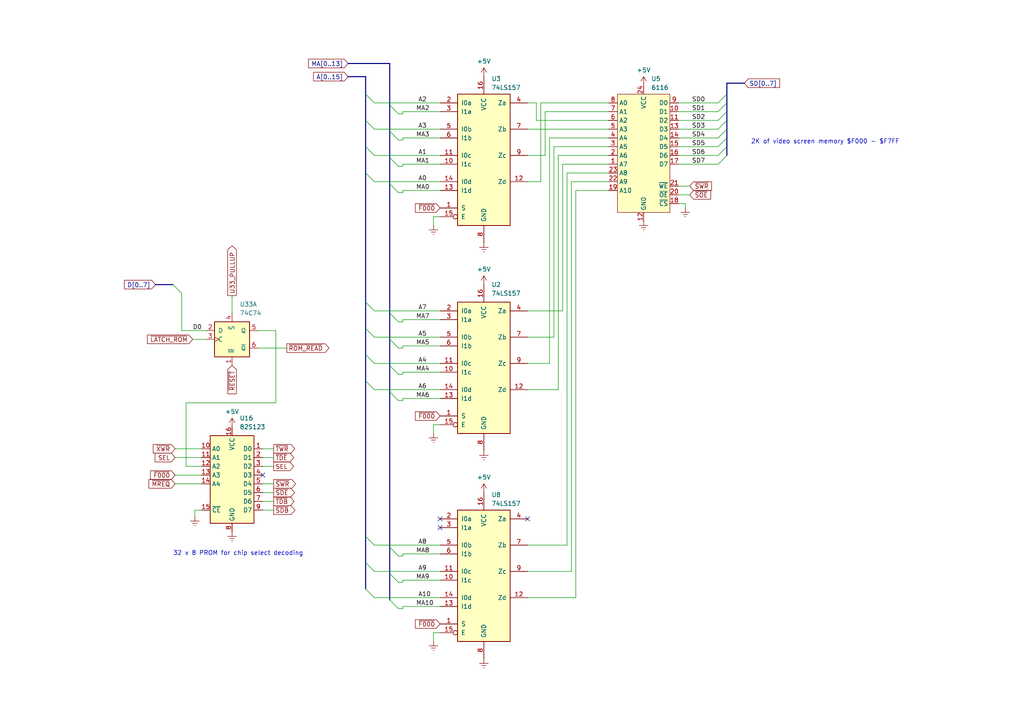
<source format=kicad_sch>
(kicad_sch (version 20230121) (generator eeschema)
  (paper "A4")
  (title_block (title "Microbee Kit") (date "1982") (rev "1") (comment 1 "(c) 1982 OJH MICROWORLD") (comment 2 "Schematic Resrawn by Rhys Weatherley"))
  (lib_symbols
    (symbol "74xx:74LS157" (pin_names (offset 1.016))
      (property "Reference" "U" (at -7.62 19.05 0))
      (property "Value" "74LS157" (at -7.62 -21.59 0))
      (symbol "74LS157_1_0"
        (pin input line (at -12.7 -15.24 0) (length 5.08) (name "S") (number "1"))
        (pin input line (at -12.7 -2.54 0) (length 5.08) (name "I1c") (number "10"))
        (pin input line (at -12.7 0 0) (length 5.08) (name "I0c") (number "11"))
        (pin output line (at 12.7 -7.62 180) (length 5.08) (name "Zd") (number "12"))
        (pin input line (at -12.7 -10.16 0) (length 5.08) (name "I1d") (number "13"))
        (pin input line (at -12.7 -7.62 0) (length 5.08) (name "I0d") (number "14"))
        (pin input inverted (at -12.7 -17.78 0) (length 5.08) (name "E") (number "15"))
        (pin power_in line (at 0 22.86 270) (length 5.08) (name "VCC") (number "16"))
        (pin input line (at -12.7 15.24 0) (length 5.08) (name "I0a") (number "2"))
        (pin input line (at -12.7 12.7 0) (length 5.08) (name "I1a") (number "3"))
        (pin output line (at 12.7 15.24 180) (length 5.08) (name "Za") (number "4"))
        (pin input line (at -12.7 7.62 0) (length 5.08) (name "I0b") (number "5"))
        (pin input line (at -12.7 5.08 0) (length 5.08) (name "I1b") (number "6"))
        (pin output line (at 12.7 7.62 180) (length 5.08) (name "Zb") (number "7"))
        (pin power_in line (at 0 -25.4 90) (length 5.08) (name "GND") (number "8"))
        (pin output line (at 12.7 0 180) (length 5.08) (name "Zc") (number "9"))
      )
      (symbol "74LS157_1_1"
        (rectangle (start -7.62 17.78) (end 7.62 -20.32) (stroke (width 0.254)) (fill (type background)))
      )
    )
    (symbol "74xx:74LS74" (pin_names (offset 1.016))
      (property "Reference" "U" (at -7.62 8.89 0))
      (property "Value" "74LS74" (at -7.62 -8.89 0))
      (symbol "74LS74_1_0"
        (pin input line (at 0 -7.62 90) (length 2.54) (name "~{R}") (number "1"))
        (pin input line (at -7.62 2.54 0) (length 2.54) (name "D") (number "2"))
        (pin input clock (at -7.62 0 0) (length 2.54) (name "C") (number "3"))
        (pin input line (at 0 7.62 270) (length 2.54) (name "~{S}") (number "4"))
        (pin output line (at 7.62 2.54 180) (length 2.54) (name "Q") (number "5"))
        (pin output line (at 7.62 -2.54 180) (length 2.54) (name "~{Q}") (number "6"))
      )
      (symbol "74LS74_1_1"
        (rectangle (start -5.08 5.08) (end 5.08 -5.08) (stroke (width 0.254)) (fill (type background)))
      )
      (symbol "74LS74_2_0"
        (pin input line (at 0 7.62 270) (length 2.54) (name "~{S}") (number "10"))
        (pin input clock (at -7.62 0 0) (length 2.54) (name "C") (number "11"))
        (pin input line (at -7.62 2.54 0) (length 2.54) (name "D") (number "12"))
        (pin input line (at 0 -7.62 90) (length 2.54) (name "~{R}") (number "13"))
        (pin output line (at 7.62 -2.54 180) (length 2.54) (name "~{Q}") (number "8"))
        (pin output line (at 7.62 2.54 180) (length 2.54) (name "Q") (number "9"))
      )
      (symbol "74LS74_2_1"
        (rectangle (start -5.08 5.08) (end 5.08 -5.08) (stroke (width 0.254)) (fill (type background)))
      )
      (symbol "74LS74_3_0"
        (pin power_in line (at 0 10.16 270) (length 2.54) (name "VCC") (number "14"))
        (pin power_in line (at 0 -10.16 90) (length 2.54) (name "GND") (number "7"))
      )
      (symbol "74LS74_3_1"
        (rectangle (start -5.08 7.62) (end 5.08 -7.62) (stroke (width 0.254)) (fill (type background)))
      )
    )
    (symbol "82S123 Bi-Polar PROM:82S123"
      (property "Reference" "U" (at 2.54 2.54 0))
      (property "Value" "82S123" (at 5.08 0 0))
      (symbol "82S123_1_1"
        (rectangle (start -6.35 -2.54) (end 6.35 -27.94) (stroke (width 0.25)) (fill (type background)))
        (pin output line (at 8.89 -6.35 180) (length 2.54) (name "D0") (number "1"))
        (pin input line (at -8.89 -6.35 0) (length 2.54) (name "A0") (number "10"))
        (pin input line (at -8.89 -8.89 0) (length 2.54) (name "A1") (number "11"))
        (pin input line (at -8.89 -11.43 0) (length 2.54) (name "A2") (number "12"))
        (pin input line (at -8.89 -13.97 0) (length 2.54) (name "A3") (number "13"))
        (pin input line (at -8.89 -16.51 0) (length 2.54) (name "A4") (number "14"))
        (pin input line (at -8.89 -24.13 0) (length 2.54) (name "~{CE}") (number "15"))
        (pin power_in line (at 0 0 270) (length 2.54) (name "VCC") (number "16"))
        (pin output line (at 8.89 -8.89 180) (length 2.54) (name "D1") (number "2"))
        (pin output line (at 8.89 -11.43 180) (length 2.54) (name "D2") (number "3"))
        (pin output line (at 8.89 -13.97 180) (length 2.54) (name "D3") (number "4"))
        (pin output line (at 8.89 -16.51 180) (length 2.54) (name "D4") (number "5"))
        (pin output line (at 8.89 -19.05 180) (length 2.54) (name "D5") (number "6"))
        (pin output line (at 8.89 -21.59 180) (length 2.54) (name "D6") (number "7"))
        (pin power_in line (at 0 -30.48 90) (length 2.54) (name "GND") (number "8"))
        (pin output line (at 8.89 -24.13 180) (length 2.54) (name "D7") (number "9"))
      )
    )
    (symbol "RAM_6116:6116_2K_x_8_Static_RAM"
      (property "Reference" "U" (at 3.81 2.54 0))
      (property "Value" "6116" (at 5.08 0 0))
      (symbol "6116_2K_x_8_Static_RAM_1_1"
        (rectangle (start -7.62 -2.54) (end 7.62 -36.83) (fill (type background)))
        (pin input line (at -10.16 -22.86 0) (length 2.54) (name "A7") (number "1"))
        (pin bidirectional line (at 10.16 -7.62 180) (length 2.54) (name "D1") (number "10"))
        (pin bidirectional line (at 10.16 -10.16 180) (length 2.54) (name "D2") (number "11"))
        (pin power_in line (at 0 -39.37 90) (length 2.54) (name "GND") (number "12"))
        (pin bidirectional line (at 10.16 -12.7 180) (length 2.54) (name "D3") (number "13"))
        (pin bidirectional line (at 10.16 -15.24 180) (length 2.54) (name "D4") (number "14"))
        (pin bidirectional line (at 10.16 -17.78 180) (length 2.54) (name "D5") (number "15"))
        (pin bidirectional line (at 10.16 -20.32 180) (length 2.54) (name "D6") (number "16"))
        (pin bidirectional line (at 10.16 -22.86 180) (length 2.54) (name "D7") (number "17"))
        (pin input line (at 10.16 -34.29 180) (length 2.54) (name "~{CS}") (number "18"))
        (pin input line (at -10.16 -30.48 0) (length 2.54) (name "A10") (number "19"))
        (pin input line (at -10.16 -20.32 0) (length 2.54) (name "A6") (number "2"))
        (pin input line (at 10.16 -31.75 180) (length 2.54) (name "~{OE}") (number "20"))
        (pin input line (at 10.16 -29.21 180) (length 2.54) (name "~{WE}") (number "21"))
        (pin input line (at -10.16 -27.94 0) (length 2.54) (name "A9") (number "22"))
        (pin input line (at -10.16 -25.4 0) (length 2.54) (name "A8") (number "23"))
        (pin power_in line (at 0 0 270) (length 2.54) (name "VCC") (number "24"))
        (pin input line (at -10.16 -17.78 0) (length 2.54) (name "A5") (number "3"))
        (pin input line (at -10.16 -15.24 0) (length 2.54) (name "A4") (number "4"))
        (pin input line (at -10.16 -12.7 0) (length 2.54) (name "A3") (number "5"))
        (pin input line (at -10.16 -10.16 0) (length 2.54) (name "A2") (number "6"))
        (pin input line (at -10.16 -7.62 0) (length 2.54) (name "A1") (number "7"))
        (pin input line (at -10.16 -5.08 0) (length 2.54) (name "A0") (number "8"))
        (pin bidirectional line (at 10.16 -5.08 180) (length 2.54) (name "D0") (number "9"))
      )
    )
    (symbol "power:+5V" (power) (pin_names (offset 0))
      (property "Value" "+5V" (at 0 3.556 0))
      (symbol "+5V_0_1"
        (polyline (pts (xy -0.762 1.27) (xy 0 2.54)))
        (polyline (pts (xy 0 0) (xy 0 2.54)))
        (polyline (pts (xy 0 2.54) (xy 0.762 1.27)))
      )
      (symbol "+5V_1_1"
        (pin power_in line (at 0 0 90) (length 0) hide (name "+5V") (number "1"))
      )
    )
    (symbol "power:Earth" (power) (pin_names (offset 0))
      (symbol "Earth_0_1"
        (polyline (pts (xy -0.635 -1.905) (xy 0.635 -1.905)))
        (polyline (pts (xy -0.127 -2.54) (xy 0.127 -2.54)))
        (polyline (pts (xy 0 -1.27) (xy 0 0)))
        (polyline (pts (xy 1.27 -1.27) (xy -1.27 -1.27)))
      )
      (symbol "Earth_1_1"
        (pin power_in line (at 0 0 270) (length 0) hide (name "Earth") (number "1"))
      )
    )
  )
  (no_connect (at 127.635 153.035))
  (no_connect (at 153.035 150.495))
  (no_connect (at 127.635 150.495))
  (no_connect (at 76.2 137.795))
  (bus_entry (at 208.28 32.385) (size 2.54 -2.54))
  (bus_entry (at 106.045 34.925) (size 2.54 2.54))
  (bus_entry (at 106.045 50.165) (size 2.54 2.54))
  (bus_entry (at 113.03 90.805) (size 2.54 2.54))
  (bus_entry (at 106.045 102.87) (size 2.54 2.54))
  (bus_entry (at 208.28 47.625) (size 2.54 -2.54))
  (bus_entry (at 208.28 42.545) (size 2.54 -2.54))
  (bus_entry (at 50.165 82.55) (size 2.54 2.54))
  (bus_entry (at 106.045 42.545) (size 2.54 2.54))
  (bus_entry (at 113.03 38.1) (size 2.54 2.54))
  (bus_entry (at 113.03 113.665) (size 2.54 2.54))
  (bus_entry (at 208.28 34.925) (size 2.54 -2.54))
  (bus_entry (at 106.045 170.815) (size 2.54 2.54))
  (bus_entry (at 113.03 173.99) (size 2.54 2.54))
  (bus_entry (at 106.045 87.63) (size 2.54 2.54))
  (bus_entry (at 208.28 45.085) (size 2.54 -2.54))
  (bus_entry (at 106.045 155.575) (size 2.54 2.54))
  (bus_entry (at 106.045 95.25) (size 2.54 2.54))
  (bus_entry (at 208.28 40.005) (size 2.54 -2.54))
  (bus_entry (at 113.03 158.75) (size 2.54 2.54))
  (bus_entry (at 208.28 29.845) (size 2.54 -2.54))
  (bus_entry (at 113.03 30.48) (size 2.54 2.54))
  (bus_entry (at 113.03 166.37) (size 2.54 2.54))
  (bus_entry (at 113.03 45.72) (size 2.54 2.54))
  (bus_entry (at 106.045 110.49) (size 2.54 2.54))
  (bus_entry (at 113.03 53.34) (size 2.54 2.54))
  (bus_entry (at 106.045 27.305) (size 2.54 2.54))
  (bus_entry (at 106.045 163.195) (size 2.54 2.54))
  (bus_entry (at 113.03 106.045) (size 2.54 2.54))
  (bus_entry (at 208.28 37.465) (size 2.54 -2.54))
  (bus_entry (at 113.03 98.425) (size 2.54 2.54))
  (wire (pts (xy 116.84 48.26) (xy 115.57 48.26)))
  (wire (pts (xy 116.84 48.26) (xy 116.84 47.625)))
  (bus (pts (xy 106.045 87.63) (xy 106.045 95.25)))
  (wire (pts (xy 116.84 100.965) (xy 115.57 100.965)))
  (wire (pts (xy 198.755 59.055) (xy 198.755 60.325)))
  (wire (pts (xy 196.85 47.625) (xy 208.28 47.625)))
  (wire (pts (xy 155.575 34.925) (xy 176.53 34.925)))
  (wire (pts (xy 196.85 32.385) (xy 208.28 32.385)))
  (wire (pts (xy 116.84 175.895) (xy 127.635 175.895)))
  (bus (pts (xy 113.03 113.665) (xy 113.03 158.75)))
  (wire (pts (xy 159.385 105.41) (xy 159.385 40.005)))
  (wire (pts (xy 116.84 107.95) (xy 127.635 107.95)))
  (wire (pts (xy 196.85 29.845) (xy 208.28 29.845)))
  (wire (pts (xy 196.85 59.055) (xy 198.755 59.055)))
  (wire (pts (xy 156.845 29.845) (xy 176.53 29.845)))
  (wire (pts (xy 127.635 183.515) (xy 125.73 183.515)))
  (wire (pts (xy 116.84 40.005) (xy 127.635 40.005)))
  (wire (pts (xy 53.975 116.84) (xy 53.975 135.255)))
  (bus (pts (xy 106.045 155.575) (xy 106.045 163.195)))
  (wire (pts (xy 155.575 29.845) (xy 155.575 34.925)))
  (wire (pts (xy 116.84 161.29) (xy 116.84 160.655)))
  (wire (pts (xy 116.84 160.655) (xy 127.635 160.655)))
  (wire (pts (xy 50.8 140.335) (xy 58.42 140.335)))
  (wire (pts (xy 50.8 132.715) (xy 58.42 132.715)))
  (wire (pts (xy 163.195 47.625) (xy 176.53 47.625)))
  (wire (pts (xy 153.035 97.79) (xy 160.655 97.79)))
  (bus (pts (xy 113.03 158.75) (xy 113.03 166.37)))
  (wire (pts (xy 116.84 93.345) (xy 115.57 93.345)))
  (bus (pts (xy 210.82 42.545) (xy 210.82 40.005)))
  (wire (pts (xy 161.925 113.03) (xy 161.925 45.085)))
  (wire (pts (xy 116.84 161.29) (xy 115.57 161.29)))
  (bus (pts (xy 210.82 24.13) (xy 215.9 24.13)))
  (wire (pts (xy 196.85 56.515) (xy 200.025 56.515)))
  (wire (pts (xy 116.84 92.71) (xy 127.635 92.71)))
  (wire (pts (xy 58.42 147.955) (xy 56.515 147.955)))
  (bus (pts (xy 210.82 37.465) (xy 210.82 34.925)))
  (bus (pts (xy 106.045 163.195) (xy 106.045 170.815)))
  (wire (pts (xy 55.88 98.425) (xy 59.69 98.425)))
  (wire (pts (xy 153.035 37.465) (xy 176.53 37.465)))
  (bus (pts (xy 113.03 45.72) (xy 113.03 53.34)))
  (wire (pts (xy 116.84 116.205) (xy 115.57 116.205)))
  (wire (pts (xy 196.85 42.545) (xy 208.28 42.545)))
  (wire (pts (xy 116.84 108.585) (xy 116.84 107.95)))
  (wire (pts (xy 196.85 40.005) (xy 208.28 40.005)))
  (bus (pts (xy 106.045 42.545) (xy 106.045 50.165)))
  (wire (pts (xy 74.93 95.885) (xy 80.01 95.885)))
  (wire (pts (xy 116.84 176.53) (xy 115.57 176.53)))
  (wire (pts (xy 153.035 52.705) (xy 156.845 52.705)))
  (bus (pts (xy 100.965 22.225) (xy 106.045 22.225)))
  (wire (pts (xy 153.035 105.41) (xy 159.385 105.41)))
  (wire (pts (xy 116.84 33.02) (xy 115.57 33.02)))
  (wire (pts (xy 158.115 32.385) (xy 176.53 32.385)))
  (wire (pts (xy 127.635 123.19) (xy 125.73 123.19)))
  (wire (pts (xy 167.005 173.355) (xy 167.005 55.245)))
  (wire (pts (xy 76.2 142.875) (xy 79.375 142.875)))
  (wire (pts (xy 108.585 97.79) (xy 127.635 97.79)))
  (wire (pts (xy 196.85 34.925) (xy 208.28 34.925)))
  (wire (pts (xy 116.84 168.275) (xy 127.635 168.275)))
  (wire (pts (xy 116.84 168.91) (xy 116.84 168.275)))
  (wire (pts (xy 108.585 113.03) (xy 127.635 113.03)))
  (wire (pts (xy 158.115 45.085) (xy 158.115 32.385)))
  (bus (pts (xy 100.965 18.415) (xy 113.03 18.415)))
  (wire (pts (xy 156.845 52.705) (xy 156.845 29.845)))
  (wire (pts (xy 163.195 90.17) (xy 163.195 47.625)))
  (bus (pts (xy 106.045 95.25) (xy 106.045 102.87)))
  (wire (pts (xy 196.85 45.085) (xy 208.28 45.085)))
  (bus (pts (xy 106.045 34.925) (xy 106.045 42.545)))
  (bus (pts (xy 45.085 82.55) (xy 50.165 82.55)))
  (wire (pts (xy 52.705 95.885) (xy 52.705 85.09)))
  (wire (pts (xy 108.585 37.465) (xy 127.635 37.465)))
  (bus (pts (xy 210.82 29.845) (xy 210.82 27.305)))
  (wire (pts (xy 164.465 50.165) (xy 176.53 50.165)))
  (wire (pts (xy 196.85 37.465) (xy 208.28 37.465)))
  (wire (pts (xy 116.84 116.205) (xy 116.84 115.57)))
  (wire (pts (xy 153.035 113.03) (xy 161.925 113.03)))
  (wire (pts (xy 116.84 55.88) (xy 115.57 55.88)))
  (wire (pts (xy 116.84 115.57) (xy 127.635 115.57)))
  (wire (pts (xy 165.735 165.735) (xy 165.735 52.705)))
  (wire (pts (xy 196.85 53.975) (xy 200.025 53.975)))
  (wire (pts (xy 159.385 40.005) (xy 176.53 40.005)))
  (wire (pts (xy 116.84 108.585) (xy 115.57 108.585)))
  (wire (pts (xy 160.655 97.79) (xy 160.655 42.545)))
  (wire (pts (xy 108.585 105.41) (xy 127.635 105.41)))
  (wire (pts (xy 56.515 147.955) (xy 56.515 149.86)))
  (wire (pts (xy 108.585 52.705) (xy 127.635 52.705)))
  (wire (pts (xy 76.2 145.415) (xy 79.375 145.415)))
  (wire (pts (xy 76.2 140.335) (xy 79.375 140.335)))
  (wire (pts (xy 76.2 132.715) (xy 79.375 132.715)))
  (bus (pts (xy 113.03 53.34) (xy 113.03 90.805)))
  (wire (pts (xy 50.8 130.175) (xy 58.42 130.175)))
  (bus (pts (xy 106.045 50.165) (xy 106.045 87.63)))
  (wire (pts (xy 59.69 95.885) (xy 52.705 95.885)))
  (bus (pts (xy 210.82 40.005) (xy 210.82 37.465)))
  (bus (pts (xy 113.03 106.045) (xy 113.03 113.665)))
  (wire (pts (xy 108.585 90.17) (xy 127.635 90.17)))
  (wire (pts (xy 153.035 45.085) (xy 158.115 45.085)))
  (wire (pts (xy 76.2 135.255) (xy 79.375 135.255)))
  (wire (pts (xy 164.465 50.165) (xy 164.465 158.115)))
  (wire (pts (xy 76.2 130.175) (xy 79.375 130.175)))
  (wire (pts (xy 108.585 173.355) (xy 127.635 173.355)))
  (wire (pts (xy 153.035 90.17) (xy 163.195 90.17)))
  (wire (pts (xy 116.84 93.345) (xy 116.84 92.71)))
  (wire (pts (xy 116.84 47.625) (xy 127.635 47.625)))
  (wire (pts (xy 160.655 42.545) (xy 176.53 42.545)))
  (wire (pts (xy 76.2 147.955) (xy 79.375 147.955)))
  (bus (pts (xy 210.82 27.305) (xy 210.82 24.13)))
  (wire (pts (xy 125.73 123.19) (xy 125.73 125.73)))
  (bus (pts (xy 113.03 98.425) (xy 113.03 106.045)))
  (wire (pts (xy 125.73 62.865) (xy 125.73 65.405)))
  (wire (pts (xy 153.035 165.735) (xy 165.735 165.735)))
  (wire (pts (xy 165.735 52.705) (xy 176.53 52.705)))
  (wire (pts (xy 108.585 29.845) (xy 127.635 29.845)))
  (bus (pts (xy 113.03 18.415) (xy 113.03 30.48)))
  (wire (pts (xy 153.035 29.845) (xy 155.575 29.845)))
  (bus (pts (xy 106.045 27.305) (xy 106.045 34.925)))
  (bus (pts (xy 106.045 102.87) (xy 106.045 110.49)))
  (wire (pts (xy 108.585 158.115) (xy 127.635 158.115)))
  (bus (pts (xy 113.03 30.48) (xy 113.03 38.1)))
  (wire (pts (xy 80.01 95.885) (xy 80.01 116.84)))
  (bus (pts (xy 113.03 38.1) (xy 113.03 45.72)))
  (wire (pts (xy 53.975 135.255) (xy 58.42 135.255)))
  (wire (pts (xy 116.84 40.64) (xy 116.84 40.005)))
  (bus (pts (xy 113.03 166.37) (xy 113.03 173.99)))
  (wire (pts (xy 116.84 100.965) (xy 116.84 100.33)))
  (wire (pts (xy 108.585 165.735) (xy 127.635 165.735)))
  (wire (pts (xy 80.01 116.84) (xy 53.975 116.84)))
  (bus (pts (xy 113.03 90.805) (xy 113.03 98.425)))
  (wire (pts (xy 50.8 137.795) (xy 58.42 137.795)))
  (bus (pts (xy 210.82 45.085) (xy 210.82 42.545)))
  (wire (pts (xy 67.31 85.725) (xy 67.31 90.805)))
  (wire (pts (xy 125.73 183.515) (xy 125.73 186.055)))
  (wire (pts (xy 167.005 55.245) (xy 176.53 55.245)))
  (wire (pts (xy 116.84 33.02) (xy 116.84 32.385)))
  (wire (pts (xy 116.84 100.33) (xy 127.635 100.33)))
  (bus (pts (xy 210.82 32.385) (xy 210.82 29.845)))
  (wire (pts (xy 116.84 55.245) (xy 127.635 55.245)))
  (wire (pts (xy 108.585 45.085) (xy 127.635 45.085)))
  (wire (pts (xy 153.035 173.355) (xy 167.005 173.355)))
  (wire (pts (xy 74.93 100.965) (xy 83.185 100.965)))
  (wire (pts (xy 116.84 176.53) (xy 116.84 175.895)))
  (bus (pts (xy 106.045 110.49) (xy 106.045 155.575)))
  (wire (pts (xy 116.84 55.88) (xy 116.84 55.245)))
  (wire (pts (xy 116.84 168.91) (xy 115.57 168.91)))
  (wire (pts (xy 116.84 32.385) (xy 127.635 32.385)))
  (bus (pts (xy 106.045 22.225) (xy 106.045 27.305)))
  (wire (pts (xy 127.635 62.865) (xy 125.73 62.865)))
  (wire (pts (xy 153.035 158.115) (xy 164.465 158.115)))
  (bus (pts (xy 210.82 34.925) (xy 210.82 32.385)))
  (wire (pts (xy 116.84 40.64) (xy 115.57 40.64)))
  (wire (pts (xy 161.925 45.085) (xy 176.53 45.085)))
  (text "2K of video screen memory $F000 - $F7FF" (at 217.805 41.91 0) (effects (font (size 1.27 1.27)) (justify left bottom)))
  (text "32 x 8 PROM for chip select decoding" (at 50.165 161.29 0) (effects (font (size 1.27 1.27)) (justify left bottom)))
  (label "SD5" (at 200.66 42.545 0))
  (label "SD3" (at 200.66 37.465 0))
  (label "MA2" (at 120.65 32.385 0))
  (label "SD2" (at 200.66 34.925 0))
  (label "D0" (at 55.88 95.885 0))
  (label "A0" (at 121.285 52.705 0))
  (label "SD6" (at 200.66 45.085 0))
  (label "A6" (at 121.285 113.03 0))
  (label "SD7" (at 200.66 47.625 0))
  (label "A8" (at 121.285 158.115 0))
  (label "A5" (at 121.285 97.79 0))
  (label "A10" (at 121.285 173.355 0))
  (label "MA9" (at 120.65 168.275 0))
  (label "A9" (at 121.285 165.735 0))
  (label "MA1" (at 120.65 47.625 0))
  (label "A7" (at 121.285 90.17 0))
  (label "MA5" (at 120.65 100.33 0))
  (label "A1" (at 121.285 45.085 0))
  (label "MA8" (at 120.65 160.655 0))
  (label "SD1" (at 200.66 32.385 0))
  (label "A3" (at 121.285 37.465 0))
  (label "MA10" (at 120.65 175.895 0))
  (label "SD4" (at 200.66 40.005 0))
  (label "A2" (at 121.285 29.845 0))
  (label "MA6" (at 120.65 115.57 0))
  (label "MA0" (at 120.65 55.245 0))
  (label "SD0" (at 200.66 29.845 0))
  (label "A4" (at 121.285 105.41 0))
  (label "MA3" (at 120.65 40.005 0))
  (label "MA7" (at 120.65 92.71 0))
  (label "MA4" (at 120.65 107.95 0))
  (global_label "~{SDB}" (shape output) (at 79.375 147.955 0) (property "Intersheetrefs" "${INTERSHEET_REFS}" (effects hide)))
  (global_label "~{ROM_READ}" (shape output) (at 83.185 100.965 0) (property "Intersheetrefs" "${INTERSHEET_REFS}" (effects hide)))
  (global_label "~{SOE}" (shape input) (at 200.025 56.515 0) (property "Intersheetrefs" "${INTERSHEET_REFS}" (effects hide)))
  (global_label "~{TDE}" (shape output) (at 79.375 132.715 0) (property "Intersheetrefs" "${INTERSHEET_REFS}" (effects hide)))
  (global_label "~{TWR}" (shape output) (at 79.375 130.175 0) (property "Intersheetrefs" "${INTERSHEET_REFS}" (effects hide)))
  (global_label "~{F000}" (shape input) (at 50.8 137.795 180) (property "Intersheetrefs" "${INTERSHEET_REFS}" (effects hide)))
  (global_label "SD[0..7]" (shape input) (at 215.9 24.13 0) (property "Intersheetrefs" "${INTERSHEET_REFS}" (effects hide)))
  (global_label "SEL" (shape input) (at 50.8 132.715 180) (property "Intersheetrefs" "${INTERSHEET_REFS}" (effects hide)))
  (global_label "~{LATCH_ROM}" (shape input) (at 55.88 98.425 180) (property "Intersheetrefs" "${INTERSHEET_REFS}" (effects hide)))
  (global_label "~{SDE}" (shape output) (at 79.375 142.875 0) (property "Intersheetrefs" "${INTERSHEET_REFS}" (effects hide)))
  (global_label "SEL" (shape output) (at 79.375 135.255 0) (property "Intersheetrefs" "${INTERSHEET_REFS}" (effects hide)))
  (global_label "~{XWR}" (shape input) (at 50.8 130.175 180) (property "Intersheetrefs" "${INTERSHEET_REFS}" (effects hide)))
  (global_label "~{F000}" (shape input) (at 127.635 60.325 180) (property "Intersheetrefs" "${INTERSHEET_REFS}" (effects hide)))
  (global_label "A[0..15]" (shape input) (at 100.965 22.225 180) (property "Intersheetrefs" "${INTERSHEET_REFS}" (effects hide)))
  (global_label "~{F000}" (shape input) (at 127.635 120.65 180) (property "Intersheetrefs" "${INTERSHEET_REFS}" (effects hide)))
  (global_label "MA[0..13]" (shape input) (at 100.965 18.415 180) (property "Intersheetrefs" "${INTERSHEET_REFS}" (effects hide)))
  (global_label "~{TDB}" (shape output) (at 79.375 145.415 0) (property "Intersheetrefs" "${INTERSHEET_REFS}" (effects hide)))
  (global_label "~{MREQ}" (shape input) (at 50.8 140.335 180) (property "Intersheetrefs" "${INTERSHEET_REFS}" (effects hide)))
  (global_label "U33_PULLUP" (shape output) (at 67.31 85.725 90) (property "Intersheetrefs" "${INTERSHEET_REFS}" (effects hide)))
  (global_label "~{SWR}" (shape input) (at 200.025 53.975 0) (property "Intersheetrefs" "${INTERSHEET_REFS}" (effects hide)))
  (global_label "D[0..7]" (shape input) (at 45.085 82.55 180) (property "Intersheetrefs" "${INTERSHEET_REFS}" (effects hide)))
  (global_label "~{RESET}" (shape input) (at 67.31 106.045 270) (property "Intersheetrefs" "${INTERSHEET_REFS}" (effects hide)))
  (global_label "~{SWR}" (shape output) (at 79.375 140.335 0) (property "Intersheetrefs" "${INTERSHEET_REFS}" (effects hide)))
  (global_label "~{F000}" (shape input) (at 127.635 180.975 180) (property "Intersheetrefs" "${INTERSHEET_REFS}" (effects hide)))
  (symbol (lib_id "power:Earth") (at 140.335 191.135 0) (unit 1)
    (property "Reference" "#PWR0110" (effects hide))
    (property "Value" "Earth" (effects hide))
  )
  (symbol (lib_id "power:Earth") (at 125.73 125.73 0) (unit 1)
    (property "Reference" "#PWR0113" (effects hide))
    (property "Value" "Earth" (effects hide))
  )
  (symbol (lib_id "power:+5V") (at 140.335 142.875 0) (unit 1)
    (property "Reference" "#PWR0107" (effects hide))
    (property "Value" "+5V" (at 140.335 138.43 0))
  )
  (symbol (lib_id "power:Earth") (at 140.335 70.485 0) (unit 1)
    (property "Reference" "#PWR0108" (effects hide))
    (property "Value" "Earth" (effects hide))
  )
  (symbol (lib_id "74xx:74LS74") (at 67.31 98.425 0) (unit 1)
    (property "Reference" "U33" (at 69.5041 88.265 0) (effects (justify left)))
    (property "Value" "74C74" (at 69.5041 90.805 0) (effects (justify left)))
    (property "Footprint" "Package_DIP:DIP-14_W7.62mm" (effects hide))
    (property "Datasheet" "74xx/74hc_hct74.pdf" (effects hide))
  )
  (symbol (lib_id "power:Earth") (at 140.335 130.81 0) (unit 1)
    (property "Reference" "#PWR0109" (effects hide))
    (property "Value" "Earth" (effects hide))
  )
  (symbol (lib_id "power:+5V") (at 140.335 22.225 0) (unit 1)
    (property "Reference" "#PWR0104" (effects hide))
    (property "Value" "+5V" (at 140.335 17.78 0))
  )
  (symbol (lib_id "power:Earth") (at 125.73 186.055 0) (unit 1)
    (property "Reference" "#PWR0114" (effects hide))
    (property "Value" "Earth" (effects hide))
  )
  (symbol (lib_id "power:Earth") (at 125.73 65.405 0) (unit 1)
    (property "Reference" "#PWR0112" (effects hide))
    (property "Value" "Earth" (effects hide))
  )
  (symbol (lib_id "power:Earth") (at 186.69 64.135 0) (unit 1)
    (property "Reference" "#PWR0111" (effects hide))
    (property "Value" "Earth" (effects hide))
  )
  (symbol (lib_id "power:Earth") (at 56.515 149.86 0) (unit 1)
    (property "Reference" "#PWR0118" (effects hide))
    (property "Value" "Earth" (effects hide))
  )
  (symbol (lib_id "power:Earth") (at 198.755 60.325 0) (unit 1)
    (property "Reference" "#PWR0115" (effects hide))
    (property "Value" "Earth" (effects hide))
  )
  (symbol (lib_id "74xx:74LS157") (at 140.335 45.085 0) (unit 1)
    (property "Reference" "U3" (at 142.5291 22.86 0) (effects (justify left)))
    (property "Value" "74LS157" (at 142.5291 25.4 0) (effects (justify left)))
    (property "Footprint" "Package_DIP:DIP-16_W7.62mm" (effects hide))
    (property "Datasheet" "http://www.ti.com/lit/gpn/sn74LS157" (effects hide))
  )
  (symbol (lib_id "74xx:74LS157") (at 140.335 105.41 0) (unit 1)
    (property "Reference" "U2" (at 142.5291 82.55 0) (effects (justify left)))
    (property "Value" "74LS157" (at 142.5291 85.09 0) (effects (justify left)))
    (property "Footprint" "Package_DIP:DIP-16_W7.62mm" (effects hide))
    (property "Datasheet" "http://www.ti.com/lit/gpn/sn74LS157" (effects hide))
  )
  (symbol (lib_id "power:+5V") (at 186.69 24.765 0) (unit 1)
    (property "Reference" "#PWR0105" (effects hide))
    (property "Value" "+5V" (at 186.69 20.32 0))
  )
  (symbol (lib_id "power:+5V") (at 140.335 82.55 0) (unit 1)
    (property "Reference" "#PWR0106" (effects hide))
    (property "Value" "+5V" (at 140.335 78.105 0))
  )
  (symbol (lib_id "74xx:74LS157") (at 140.335 165.735 0) (unit 1)
    (property "Reference" "U8" (at 142.5291 143.51 0) (effects (justify left)))
    (property "Value" "74LS157" (at 142.5291 146.05 0) (effects (justify left)))
    (property "Footprint" "Package_DIP:DIP-16_W7.62mm" (effects hide))
    (property "Datasheet" "http://www.ti.com/lit/gpn/sn74LS157" (effects hide))
  )
  (symbol (lib_id "power:+5V") (at 67.31 123.825 0) (unit 1)
    (property "Reference" "#PWR0117" (effects hide))
    (property "Value" "+5V" (at 67.31 119.38 0))
  )
  (symbol (lib_id "82S123 Bi-Polar PROM:82S123") (at 67.31 123.825 0) (unit 1)
    (property "Reference" "U16" (at 69.5041 121.285 0) (effects (justify left)))
    (property "Value" "82S123" (at 69.5041 123.825 0) (effects (justify left)))
  )
  (symbol (lib_id "RAM_6116:6116_2K_x_8_Static_RAM") (at 186.69 24.765 0) (unit 1)
    (property "Reference" "U5" (at 188.8841 22.86 0) (effects (justify left)))
    (property "Value" "6116" (at 188.8841 25.4 0) (effects (justify left)))
    (property "Footprint" "Package_DIP:DIP-24_W15.24mm" (effects hide))
  )
  (symbol (lib_id "power:Earth") (at 67.31 154.305 0) (unit 1)
    (property "Reference" "#PWR0116" (effects hide))
    (property "Value" "Earth" (effects hide))
  )
)
</source>
